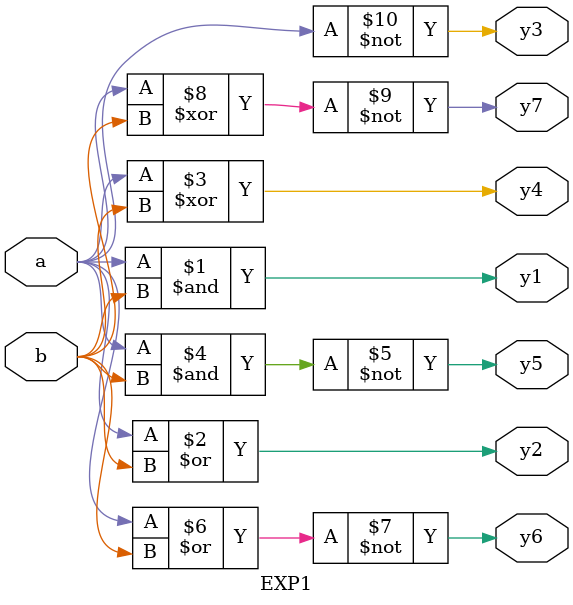
<source format=v>
module EXP1(a,b,y1,y2,y3,y4,y5,y6,y7);
input a,b;
output y1,y2,y3,y4,y5,y6,y7;
and(y1,a,b);
or(y2,a,b);
not(y3,a);
xor(y4,a,b);
nand(y5,a,b);
nor(y6,a,b);
xnor(y7,a,b);
endmodule
</source>
